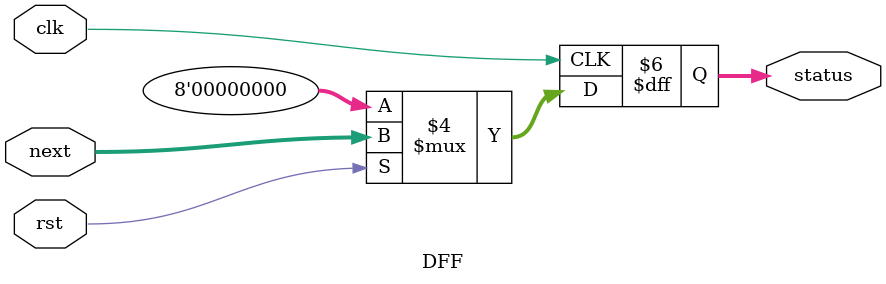
<source format=v>
`timescale 1ns / 1ps


module DFF (clk,rst,next,status);
    parameter width = 8;
    input clk,rst;
    input [width-1:0] next;
    output reg [width-1:0] status;
    
    always @ (posedge clk)   //Í¬²½ÇåÁã
        begin
            if (~rst) begin
                status <= {width{1'b0}};
            end
            else begin
                status <= next;
            end
        end
        
endmodule

</source>
